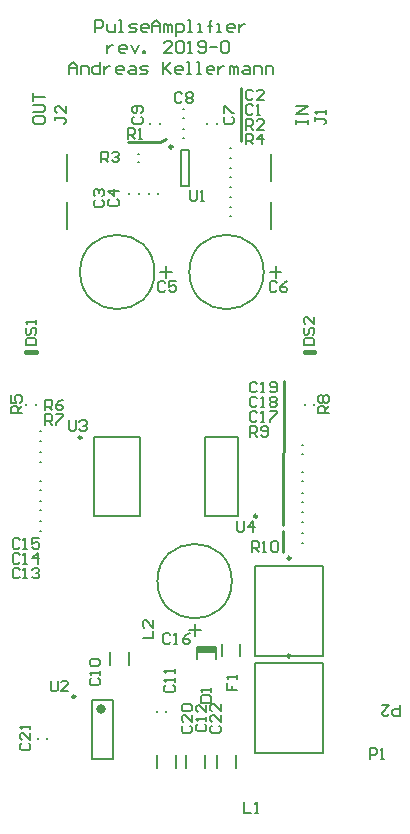
<source format=gto>
G04*
G04 #@! TF.GenerationSoftware,Altium Limited,Altium Designer,19.0.15 (446)*
G04*
G04 Layer_Color=65535*
%FSLAX25Y25*%
%MOIN*%
G70*
G01*
G75*
%ADD10C,0.01575*%
%ADD11C,0.00984*%
%ADD12C,0.00787*%
%ADD13C,0.01000*%
%ADD14C,0.00591*%
%ADD15R,0.06299X0.02362*%
D10*
X268399Y248819D02*
G03*
X268399Y248819I-787J0D01*
G01*
X242744Y367783D02*
X245894D01*
X335457D02*
X338606D01*
D11*
X259049Y252972D02*
G03*
X259049Y252972I-492J0D01*
G01*
X291417Y436193D02*
G03*
X291417Y436193I-492J0D01*
G01*
X330809Y299095D02*
G03*
X330809Y299095I-492J0D01*
G01*
X330809Y266575D02*
G03*
X330809Y266575I-492J0D01*
G01*
X261113Y339272D02*
G03*
X261113Y339272I-492J0D01*
G01*
X319654Y313083D02*
G03*
X319654Y313083I-492J0D01*
G01*
D12*
X285433Y394488D02*
G03*
X285433Y394488I-12402J0D01*
G01*
X321850Y394488D02*
G03*
X321850Y394488I-12402J0D01*
G01*
X311221Y291431D02*
G03*
X311221Y291431I-12402J0D01*
G01*
X312598Y229134D02*
Y233465D01*
X306299Y229134D02*
Y233465D01*
X264462Y232283D02*
X271549D01*
X264462Y251969D02*
X271549D01*
Y232283D02*
Y251969D01*
X264462Y232283D02*
Y251969D01*
X276783Y263583D02*
Y267913D01*
X270484Y263583D02*
Y267913D01*
X249606Y238819D02*
Y239213D01*
X246457Y238819D02*
Y239213D01*
X292456Y229134D02*
Y233465D01*
X286157Y229134D02*
Y233465D01*
X334547Y307347D02*
X334941D01*
X334547Y304197D02*
X334941D01*
X334547Y311197D02*
X334941D01*
X334547Y314347D02*
X334941D01*
X335561Y350083D02*
Y350476D01*
X338711Y350083D02*
Y350476D01*
X247122Y331205D02*
X247516D01*
X247122Y334354D02*
X247516D01*
X247122Y341354D02*
X247516D01*
X247122Y338205D02*
X247516D01*
X242744Y350083D02*
Y350476D01*
X245894Y350083D02*
Y350476D01*
X310453Y419531D02*
X310846D01*
X310453Y422681D02*
X310846D01*
X302362Y229134D02*
Y233465D01*
X296063Y229134D02*
Y233465D01*
X334547Y333752D02*
X334941D01*
X334547Y336902D02*
X334941D01*
X334547Y324697D02*
X334941D01*
X334547Y327847D02*
X334941D01*
X247122Y324854D02*
X247516D01*
X247122Y321705D02*
X247516D01*
X247136Y318299D02*
X247530D01*
X247136Y315150D02*
X247530D01*
X286221Y247835D02*
Y248228D01*
X289370Y247835D02*
Y248228D01*
X283575Y420409D02*
Y420803D01*
X286724Y420409D02*
Y420803D01*
X310453Y432531D02*
X310846D01*
X310453Y435681D02*
X310846D01*
X310453Y416181D02*
X310846D01*
X310453Y413031D02*
X310846D01*
X294953Y439032D02*
X295346D01*
X294953Y442181D02*
X295346D01*
X284075Y443910D02*
Y444303D01*
X287224Y443910D02*
Y444303D01*
X294953Y448831D02*
X295346D01*
X294953Y445681D02*
X295346D01*
X306224Y443909D02*
Y444303D01*
X303075Y443909D02*
Y444303D01*
X277075Y420409D02*
Y420803D01*
X280224Y420409D02*
Y420803D01*
X310453Y426031D02*
X310846D01*
X310453Y429181D02*
X310846D01*
X294272Y435209D02*
X297028D01*
X294272Y423004D02*
X297028D01*
X294272D02*
Y435209D01*
X297028Y423004D02*
Y435209D01*
X279953Y433984D02*
X280346D01*
X279953Y431228D02*
X280346D01*
X324410Y424803D02*
Y433661D01*
Y408858D02*
Y417717D01*
X256299Y408858D02*
Y417717D01*
Y424803D02*
Y433661D01*
X318821Y266536D02*
Y296536D01*
X341655D01*
Y266536D02*
Y296536D01*
X318821Y266536D02*
X341655D01*
X318821Y234016D02*
Y264016D01*
X341656D01*
Y234016D02*
Y264016D01*
X318821Y234016D02*
X341656D01*
X313976Y266535D02*
Y270472D01*
X308071Y266535D02*
Y270472D01*
X265246Y313091D02*
X280601D01*
X265246Y339469D02*
X280601D01*
Y313091D02*
Y339469D01*
X265246Y313091D02*
Y339469D01*
X247227Y311354D02*
X247621D01*
X247227Y308205D02*
X247621D01*
X299606Y269504D02*
X305906D01*
X299606Y265567D02*
Y269504D01*
X305906Y265567D02*
Y269504D01*
X313256Y313083D02*
Y339461D01*
X302232Y313083D02*
Y339461D01*
Y313083D02*
X313256D01*
X302232Y339461D02*
X313256D01*
X334547Y317697D02*
X334941D01*
X334547Y320847D02*
X334941D01*
X332678Y443898D02*
Y445210D01*
Y444554D01*
X336614D01*
Y443898D01*
Y445210D01*
Y447177D02*
X332678D01*
X336614Y449801D01*
X332678D01*
X245080Y445696D02*
Y444384D01*
X245736Y443728D01*
X248360D01*
X249016Y444384D01*
Y445696D01*
X248360Y446352D01*
X245736D01*
X245080Y445696D01*
Y447664D02*
X248360D01*
X249016Y448320D01*
Y449632D01*
X248360Y450288D01*
X245080D01*
Y451600D02*
Y454224D01*
Y452912D01*
X249016D01*
X269685Y470144D02*
Y467520D01*
Y468832D01*
X270341Y469488D01*
X270997Y470144D01*
X271653D01*
X275589Y467520D02*
X274277D01*
X273621Y468176D01*
Y469488D01*
X274277Y470144D01*
X275589D01*
X276245Y469488D01*
Y468832D01*
X273621D01*
X277556Y470144D02*
X278868Y467520D01*
X280180Y470144D01*
X281492Y467520D02*
Y468176D01*
X282148D01*
Y467520D01*
X281492D01*
X291332D02*
X288708D01*
X291332Y470144D01*
Y470799D01*
X290676Y471455D01*
X289364D01*
X288708Y470799D01*
X292643D02*
X293300Y471455D01*
X294611D01*
X295267Y470799D01*
Y468176D01*
X294611Y467520D01*
X293300D01*
X292643Y468176D01*
Y470799D01*
X296579Y467520D02*
X297891D01*
X297235D01*
Y471455D01*
X296579Y470799D01*
X299859Y468176D02*
X300515Y467520D01*
X301827D01*
X302483Y468176D01*
Y470799D01*
X301827Y471455D01*
X300515D01*
X299859Y470799D01*
Y470144D01*
X300515Y469488D01*
X302483D01*
X303795D02*
X306419D01*
X307731Y470799D02*
X308386Y471455D01*
X309698D01*
X310354Y470799D01*
Y468176D01*
X309698Y467520D01*
X308386D01*
X307731Y468176D01*
Y470799D01*
X256890Y460630D02*
Y463254D01*
X258202Y464566D01*
X259514Y463254D01*
Y460630D01*
Y462598D01*
X256890D01*
X260825Y460630D02*
Y463254D01*
X262793D01*
X263449Y462598D01*
Y460630D01*
X267385Y464566D02*
Y460630D01*
X265417D01*
X264761Y461286D01*
Y462598D01*
X265417Y463254D01*
X267385D01*
X268697D02*
Y460630D01*
Y461942D01*
X269353Y462598D01*
X270009Y463254D01*
X270665D01*
X274601Y460630D02*
X273289D01*
X272633Y461286D01*
Y462598D01*
X273289Y463254D01*
X274601D01*
X275256Y462598D01*
Y461942D01*
X272633D01*
X277224Y463254D02*
X278536D01*
X279192Y462598D01*
Y460630D01*
X277224D01*
X276569Y461286D01*
X277224Y461942D01*
X279192D01*
X280504Y460630D02*
X282472D01*
X283128Y461286D01*
X282472Y461942D01*
X281160D01*
X280504Y462598D01*
X281160Y463254D01*
X283128D01*
X288376Y464566D02*
Y460630D01*
Y461942D01*
X291000Y464566D01*
X289032Y462598D01*
X291000Y460630D01*
X294279D02*
X292967D01*
X292311Y461286D01*
Y462598D01*
X292967Y463254D01*
X294279D01*
X294935Y462598D01*
Y461942D01*
X292311D01*
X296247Y460630D02*
X297559D01*
X296903D01*
Y464566D01*
X296247D01*
X299527Y460630D02*
X300839D01*
X300183D01*
Y464566D01*
X299527D01*
X304775Y460630D02*
X303463D01*
X302807Y461286D01*
Y462598D01*
X303463Y463254D01*
X304775D01*
X305431Y462598D01*
Y461942D01*
X302807D01*
X306743Y463254D02*
Y460630D01*
Y461942D01*
X307398Y462598D01*
X308054Y463254D01*
X308710D01*
X310678Y460630D02*
Y463254D01*
X311334D01*
X311990Y462598D01*
Y460630D01*
Y462598D01*
X312646Y463254D01*
X313302Y462598D01*
Y460630D01*
X315270Y463254D02*
X316582D01*
X317238Y462598D01*
Y460630D01*
X315270D01*
X314614Y461286D01*
X315270Y461942D01*
X317238D01*
X318550Y460630D02*
Y463254D01*
X320517D01*
X321174Y462598D01*
Y460630D01*
X322485D02*
Y463254D01*
X324453D01*
X325109Y462598D01*
Y460630D01*
X265748Y474409D02*
Y478345D01*
X267716D01*
X268372Y477689D01*
Y476377D01*
X267716Y475721D01*
X265748D01*
X269684Y477033D02*
Y475065D01*
X270340Y474409D01*
X272308D01*
Y477033D01*
X273620Y474409D02*
X274931D01*
X274275D01*
Y478345D01*
X273620D01*
X276899Y474409D02*
X278867D01*
X279523Y475065D01*
X278867Y475721D01*
X277555D01*
X276899Y476377D01*
X277555Y477033D01*
X279523D01*
X282803Y474409D02*
X281491D01*
X280835Y475065D01*
Y476377D01*
X281491Y477033D01*
X282803D01*
X283459Y476377D01*
Y475721D01*
X280835D01*
X284771Y474409D02*
Y477033D01*
X286083Y478345D01*
X287395Y477033D01*
Y474409D01*
Y476377D01*
X284771D01*
X288706Y474409D02*
Y477033D01*
X289363D01*
X290018Y476377D01*
Y474409D01*
Y476377D01*
X290674Y477033D01*
X291330Y476377D01*
Y474409D01*
X292642Y473098D02*
Y477033D01*
X294610D01*
X295266Y476377D01*
Y475065D01*
X294610Y474409D01*
X292642D01*
X296578D02*
X297890D01*
X297234D01*
Y478345D01*
X296578D01*
X299858Y474409D02*
X301170D01*
X300514D01*
Y477033D01*
X299858D01*
X303794Y474409D02*
Y477689D01*
Y476377D01*
X303138D01*
X304450D01*
X303794D01*
Y477689D01*
X304450Y478345D01*
X306417Y474409D02*
X307729D01*
X307073D01*
Y477033D01*
X306417D01*
X311665Y474409D02*
X310353D01*
X309697Y475065D01*
Y476377D01*
X310353Y477033D01*
X311665D01*
X312321Y476377D01*
Y475721D01*
X309697D01*
X313633Y477033D02*
Y474409D01*
Y475721D01*
X314289Y476377D01*
X314945Y477033D01*
X315601D01*
X304528Y243306D02*
X303938Y242716D01*
Y241535D01*
X304528Y240945D01*
X306890D01*
X307480Y241535D01*
Y242716D01*
X306890Y243306D01*
X307480Y246849D02*
Y244487D01*
X305119Y246849D01*
X304528D01*
X303938Y246258D01*
Y245077D01*
X304528Y244487D01*
X307480Y250391D02*
Y248029D01*
X305119Y250391D01*
X304528D01*
X303938Y249800D01*
Y248620D01*
X304528Y248029D01*
X241143Y237401D02*
X240552Y236810D01*
Y235630D01*
X241143Y235039D01*
X243504D01*
X244094Y235630D01*
Y236810D01*
X243504Y237401D01*
X244094Y240943D02*
Y238581D01*
X241733Y240943D01*
X241143D01*
X240552Y240353D01*
Y239172D01*
X241143Y238581D01*
X244094Y242124D02*
Y243304D01*
Y242714D01*
X240552D01*
X241143Y242124D01*
X295080Y243306D02*
X294489Y242716D01*
Y241535D01*
X295080Y240945D01*
X297441D01*
X298031Y241535D01*
Y242716D01*
X297441Y243306D01*
X298031Y246849D02*
Y244487D01*
X295670Y246849D01*
X295080D01*
X294489Y246258D01*
Y245077D01*
X295080Y244487D01*
Y248029D02*
X294489Y248620D01*
Y249800D01*
X295080Y250391D01*
X297441D01*
X298031Y249800D01*
Y248620D01*
X297441Y248029D01*
X295080D01*
X312992Y311416D02*
Y308464D01*
X313582Y307874D01*
X314763D01*
X315354Y308464D01*
Y311416D01*
X318305Y307874D02*
Y311416D01*
X316534Y309645D01*
X318896D01*
X256890Y345078D02*
Y342126D01*
X257480Y341535D01*
X258661D01*
X259251Y342126D01*
Y345078D01*
X260432Y344487D02*
X261022Y345078D01*
X262203D01*
X262793Y344487D01*
Y343897D01*
X262203Y343306D01*
X261613D01*
X262203D01*
X262793Y342716D01*
Y342126D01*
X262203Y341535D01*
X261022D01*
X260432Y342126D01*
X250787Y258267D02*
Y255315D01*
X251378Y254724D01*
X252558D01*
X253149Y255315D01*
Y258267D01*
X256691Y254724D02*
X254330D01*
X256691Y257086D01*
Y257676D01*
X256101Y258267D01*
X254920D01*
X254330Y257676D01*
X297244Y421849D02*
Y418897D01*
X297834Y418307D01*
X299015D01*
X299605Y418897D01*
Y421849D01*
X300786Y418307D02*
X301967D01*
X301377D01*
Y421849D01*
X300786Y421259D01*
X317913Y301181D02*
Y304723D01*
X319685D01*
X320275Y304133D01*
Y302952D01*
X319685Y302362D01*
X317913D01*
X319094D02*
X320275Y301181D01*
X321456D02*
X322636D01*
X322046D01*
Y304723D01*
X321456Y304133D01*
X324407D02*
X324998Y304723D01*
X326178D01*
X326769Y304133D01*
Y301771D01*
X326178Y301181D01*
X324998D01*
X324407Y301771D01*
Y304133D01*
X317323Y339567D02*
Y343109D01*
X319094D01*
X319684Y342519D01*
Y341338D01*
X319094Y340748D01*
X317323D01*
X318503D02*
X319684Y339567D01*
X320865Y340157D02*
X321455Y339567D01*
X322636D01*
X323226Y340157D01*
Y342519D01*
X322636Y343109D01*
X321455D01*
X320865Y342519D01*
Y341928D01*
X321455Y341338D01*
X323226D01*
X343504Y347441D02*
X339962D01*
Y349212D01*
X340552Y349802D01*
X341733D01*
X342323Y349212D01*
Y347441D01*
Y348622D02*
X343504Y349802D01*
X340552Y350983D02*
X339962Y351573D01*
Y352754D01*
X340552Y353344D01*
X341143D01*
X341733Y352754D01*
X342323Y353344D01*
X342914D01*
X343504Y352754D01*
Y351573D01*
X342914Y350983D01*
X342323D01*
X341733Y351573D01*
X341143Y350983D01*
X340552D01*
X341733Y351573D02*
Y352754D01*
X249016Y343504D02*
Y347046D01*
X250787D01*
X251377Y346456D01*
Y345275D01*
X250787Y344685D01*
X249016D01*
X250197D02*
X251377Y343504D01*
X252558Y347046D02*
X254919D01*
Y346456D01*
X252558Y344094D01*
Y343504D01*
X249016Y348425D02*
Y351967D01*
X250787D01*
X251377Y351377D01*
Y350196D01*
X250787Y349606D01*
X249016D01*
X250197D02*
X251377Y348425D01*
X254919Y351967D02*
X253739Y351377D01*
X252558Y350196D01*
Y349016D01*
X253148Y348425D01*
X254329D01*
X254919Y349016D01*
Y349606D01*
X254329Y350196D01*
X252558D01*
X241142Y347441D02*
X237600D01*
Y349212D01*
X238190Y349802D01*
X239371D01*
X239961Y349212D01*
Y347441D01*
Y348622D02*
X241142Y349802D01*
X237600Y353344D02*
Y350983D01*
X239371D01*
X238780Y352164D01*
Y352754D01*
X239371Y353344D01*
X240551D01*
X241142Y352754D01*
Y351573D01*
X240551Y350983D01*
X315945Y437008D02*
Y440550D01*
X317716D01*
X318306Y439960D01*
Y438779D01*
X317716Y438189D01*
X315945D01*
X317126D02*
X318306Y437008D01*
X321258D02*
Y440550D01*
X319487Y438779D01*
X321849D01*
X267717Y431102D02*
Y434645D01*
X269488D01*
X270078Y434054D01*
Y432873D01*
X269488Y432283D01*
X267717D01*
X268897D02*
X270078Y431102D01*
X271259Y434054D02*
X271849Y434645D01*
X273030D01*
X273620Y434054D01*
Y433464D01*
X273030Y432873D01*
X272439D01*
X273030D01*
X273620Y432283D01*
Y431693D01*
X273030Y431102D01*
X271849D01*
X271259Y431693D01*
X315945Y441929D02*
Y445471D01*
X317716D01*
X318306Y444881D01*
Y443700D01*
X317716Y443110D01*
X315945D01*
X317126D02*
X318306Y441929D01*
X321849D02*
X319487D01*
X321849Y444291D01*
Y444881D01*
X321258Y445471D01*
X320077D01*
X319487Y444881D01*
X276575Y438976D02*
Y442519D01*
X278346D01*
X278936Y441928D01*
Y440747D01*
X278346Y440157D01*
X276575D01*
X277755D02*
X278936Y438976D01*
X280117D02*
X281298D01*
X280707D01*
Y442519D01*
X280117Y441928D01*
X367126Y250000D02*
Y246458D01*
X365355D01*
X364764Y247048D01*
Y248229D01*
X365355Y248819D01*
X367126D01*
X361222Y250000D02*
X363584D01*
X361222Y247639D01*
Y247048D01*
X361813Y246458D01*
X362994D01*
X363584Y247048D01*
X357283Y232283D02*
Y235826D01*
X359054D01*
X359645Y235235D01*
Y234054D01*
X359054Y233464D01*
X357283D01*
X360826Y232283D02*
X362006D01*
X361416D01*
Y235826D01*
X360826Y235235D01*
X281497Y272441D02*
X285039D01*
Y274802D01*
Y278344D02*
Y275983D01*
X282678Y278344D01*
X282088D01*
X281497Y277754D01*
Y276573D01*
X282088Y275983D01*
X315354Y217715D02*
Y214173D01*
X317716D01*
X318897D02*
X320077D01*
X319487D01*
Y217715D01*
X318897Y217125D01*
X252363Y446271D02*
Y445090D01*
Y445681D01*
X255315D01*
X255906Y445090D01*
Y444500D01*
X255315Y443910D01*
X255906Y449813D02*
Y447452D01*
X253544Y449813D01*
X252954D01*
X252363Y449223D01*
Y448042D01*
X252954Y447452D01*
X338978Y446090D02*
Y444909D01*
Y445499D01*
X341929D01*
X342520Y444909D01*
Y444319D01*
X341929Y443728D01*
X342520Y447270D02*
Y448451D01*
Y447861D01*
X338978D01*
X339568Y447270D01*
X309450Y257647D02*
Y255285D01*
X311221D01*
Y256466D01*
Y255285D01*
X312992D01*
Y258828D02*
Y260008D01*
Y259418D01*
X309450D01*
X310040Y258828D01*
X335169Y370079D02*
X338711D01*
Y371850D01*
X338121Y372440D01*
X335759D01*
X335169Y371850D01*
Y370079D01*
X335759Y375982D02*
X335169Y375392D01*
Y374211D01*
X335759Y373621D01*
X336350D01*
X336940Y374211D01*
Y375392D01*
X337530Y375982D01*
X338121D01*
X338711Y375392D01*
Y374211D01*
X338121Y373621D01*
X338711Y379524D02*
Y377163D01*
X336350Y379524D01*
X335759D01*
X335169Y378934D01*
Y377753D01*
X335759Y377163D01*
X242521Y370079D02*
X246063D01*
Y371850D01*
X245473Y372440D01*
X243111D01*
X242521Y371850D01*
Y370079D01*
X243111Y375982D02*
X242521Y375392D01*
Y374212D01*
X243111Y373621D01*
X243702D01*
X244292Y374212D01*
Y375392D01*
X244882Y375982D01*
X245473D01*
X246063Y375392D01*
Y374212D01*
X245473Y373621D01*
X246063Y377163D02*
Y378344D01*
Y377754D01*
X242521D01*
X243111Y377163D01*
X300788Y250984D02*
X304331D01*
Y252755D01*
X303740Y253346D01*
X301379D01*
X300788Y252755D01*
Y250984D01*
X304331Y254526D02*
Y255707D01*
Y255117D01*
X300788D01*
X301379Y254526D01*
X319684Y357283D02*
X319094Y357873D01*
X317913D01*
X317323Y357283D01*
Y354921D01*
X317913Y354331D01*
X319094D01*
X319684Y354921D01*
X320865Y354331D02*
X322046D01*
X321455D01*
Y357873D01*
X320865Y357283D01*
X323817Y354921D02*
X324407Y354331D01*
X325588D01*
X326178Y354921D01*
Y357283D01*
X325588Y357873D01*
X324407D01*
X323817Y357283D01*
Y356692D01*
X324407Y356102D01*
X326178D01*
X319684Y352361D02*
X319094Y352952D01*
X317913D01*
X317323Y352361D01*
Y350000D01*
X317913Y349410D01*
X319094D01*
X319684Y350000D01*
X320865Y349410D02*
X322046D01*
X321455D01*
Y352952D01*
X320865Y352361D01*
X323817D02*
X324407Y352952D01*
X325588D01*
X326178Y352361D01*
Y351771D01*
X325588Y351181D01*
X326178Y350590D01*
Y350000D01*
X325588Y349410D01*
X324407D01*
X323817Y350000D01*
Y350590D01*
X324407Y351181D01*
X323817Y351771D01*
Y352361D01*
X324407Y351181D02*
X325588D01*
X319684Y347440D02*
X319094Y348030D01*
X317913D01*
X317323Y347440D01*
Y345078D01*
X317913Y344488D01*
X319094D01*
X319684Y345078D01*
X320865Y344488D02*
X322046D01*
X321455D01*
Y348030D01*
X320865Y347440D01*
X323817Y348030D02*
X326178D01*
Y347440D01*
X323817Y345078D01*
Y344488D01*
X290747Y273424D02*
X290157Y274015D01*
X288976D01*
X288386Y273424D01*
Y271063D01*
X288976Y270472D01*
X290157D01*
X290747Y271063D01*
X291928Y270472D02*
X293109D01*
X292518D01*
Y274015D01*
X291928Y273424D01*
X297241Y274015D02*
X296060Y273424D01*
X294880Y272243D01*
Y271063D01*
X295470Y270472D01*
X296651D01*
X297241Y271063D01*
Y271653D01*
X296651Y272243D01*
X294880D01*
X240550Y305117D02*
X239960Y305708D01*
X238779D01*
X238189Y305117D01*
Y302756D01*
X238779Y302165D01*
X239960D01*
X240550Y302756D01*
X241731Y302165D02*
X242912D01*
X242321D01*
Y305708D01*
X241731Y305117D01*
X247044Y305708D02*
X244683D01*
Y303936D01*
X245864Y304527D01*
X246454D01*
X247044Y303936D01*
Y302756D01*
X246454Y302165D01*
X245273D01*
X244683Y302756D01*
X240550Y300196D02*
X239960Y300786D01*
X238779D01*
X238189Y300196D01*
Y297834D01*
X238779Y297244D01*
X239960D01*
X240550Y297834D01*
X241731Y297244D02*
X242912D01*
X242321D01*
Y300786D01*
X241731Y300196D01*
X246454Y297244D02*
Y300786D01*
X244683Y299015D01*
X247044D01*
X240550Y295275D02*
X239960Y295865D01*
X238779D01*
X238189Y295275D01*
Y292913D01*
X238779Y292323D01*
X239960D01*
X240550Y292913D01*
X241731Y292323D02*
X242912D01*
X242321D01*
Y295865D01*
X241731Y295275D01*
X244683D02*
X245273Y295865D01*
X246454D01*
X247044Y295275D01*
Y294684D01*
X246454Y294094D01*
X245864D01*
X246454D01*
X247044Y293503D01*
Y292913D01*
X246454Y292323D01*
X245273D01*
X244683Y292913D01*
X299804Y243700D02*
X299214Y243110D01*
Y241929D01*
X299804Y241339D01*
X302166D01*
X302756Y241929D01*
Y243110D01*
X302166Y243700D01*
X302756Y244881D02*
Y246061D01*
Y245471D01*
X299214D01*
X299804Y244881D01*
X302756Y250194D02*
Y247832D01*
X300395Y250194D01*
X299804D01*
X299214Y249604D01*
Y248423D01*
X299804Y247832D01*
X289174Y256692D02*
X288584Y256102D01*
Y254921D01*
X289174Y254331D01*
X291536D01*
X292126Y254921D01*
Y256102D01*
X291536Y256692D01*
X292126Y257873D02*
Y259054D01*
Y258463D01*
X288584D01*
X289174Y257873D01*
X292126Y260825D02*
Y262005D01*
Y261415D01*
X288584D01*
X289174Y260825D01*
X264371Y259054D02*
X263781Y258464D01*
Y257283D01*
X264371Y256693D01*
X266733D01*
X267323Y257283D01*
Y258464D01*
X266733Y259054D01*
X267323Y260235D02*
Y261416D01*
Y260825D01*
X263781D01*
X264371Y260235D01*
Y263187D02*
X263781Y263777D01*
Y264958D01*
X264371Y265548D01*
X266733D01*
X267323Y264958D01*
Y263777D01*
X266733Y263187D01*
X264371D01*
X278544Y446259D02*
X277954Y445669D01*
Y444488D01*
X278544Y443898D01*
X280906D01*
X281496Y444488D01*
Y445669D01*
X280906Y446259D01*
Y447440D02*
X281496Y448030D01*
Y449211D01*
X280906Y449801D01*
X278544D01*
X277954Y449211D01*
Y448030D01*
X278544Y447440D01*
X279135D01*
X279725Y448030D01*
Y449801D01*
X294684Y453739D02*
X294094Y454330D01*
X292913D01*
X292323Y453739D01*
Y451378D01*
X292913Y450787D01*
X294094D01*
X294684Y451378D01*
X295865Y453739D02*
X296455Y454330D01*
X297636D01*
X298226Y453739D01*
Y453149D01*
X297636Y452559D01*
X298226Y451968D01*
Y451378D01*
X297636Y450787D01*
X296455D01*
X295865Y451378D01*
Y451968D01*
X296455Y452559D01*
X295865Y453149D01*
Y453739D01*
X296455Y452559D02*
X297636D01*
X309056Y446259D02*
X308466Y445669D01*
Y444488D01*
X309056Y443898D01*
X311418D01*
X312008Y444488D01*
Y445669D01*
X311418Y446259D01*
X308466Y447440D02*
Y449801D01*
X309056D01*
X311418Y447440D01*
X312008D01*
X326180Y390747D02*
X325590Y391337D01*
X324409D01*
X323819Y390747D01*
Y388386D01*
X324409Y387795D01*
X325590D01*
X326180Y388386D01*
X329722Y391337D02*
X328542Y390747D01*
X327361Y389566D01*
Y388386D01*
X327951Y387795D01*
X329132D01*
X329722Y388386D01*
Y388976D01*
X329132Y389566D01*
X327361D01*
X289086Y390747D02*
X288495Y391337D01*
X287315D01*
X286724Y390747D01*
Y388386D01*
X287315Y387795D01*
X288495D01*
X289086Y388386D01*
X292628Y391337D02*
X290267D01*
Y389566D01*
X291447Y390157D01*
X292038D01*
X292628Y389566D01*
Y388386D01*
X292038Y387795D01*
X290857D01*
X290267Y388386D01*
X270670Y418700D02*
X270080Y418110D01*
Y416929D01*
X270670Y416339D01*
X273032D01*
X273622Y416929D01*
Y418110D01*
X273032Y418700D01*
X273622Y421652D02*
X270080D01*
X271851Y419881D01*
Y422242D01*
X265749Y418542D02*
X265159Y417952D01*
Y416772D01*
X265749Y416181D01*
X268110D01*
X268701Y416772D01*
Y417952D01*
X268110Y418542D01*
X265749Y419723D02*
X265159Y420314D01*
Y421494D01*
X265749Y422085D01*
X266339D01*
X266930Y421494D01*
Y420904D01*
Y421494D01*
X267520Y422085D01*
X268110D01*
X268701Y421494D01*
Y420314D01*
X268110Y419723D01*
X318306Y454723D02*
X317716Y455314D01*
X316535D01*
X315945Y454723D01*
Y452362D01*
X316535Y451772D01*
X317716D01*
X318306Y452362D01*
X321849Y451772D02*
X319487D01*
X321849Y454133D01*
Y454723D01*
X321258Y455314D01*
X320077D01*
X319487Y454723D01*
X318306Y449802D02*
X317716Y450393D01*
X316535D01*
X315945Y449802D01*
Y447441D01*
X316535Y446850D01*
X317716D01*
X318306Y447441D01*
X319487Y446850D02*
X320668D01*
X320077D01*
Y450393D01*
X319487Y449802D01*
D13*
X314265Y437992D02*
Y455709D01*
X287402Y437795D02*
X289370Y438976D01*
X276575Y437795D02*
X287402D01*
X328346Y310039D02*
X328740Y358268D01*
X328346Y301181D02*
Y308205D01*
D14*
X291339Y394490D02*
X287403D01*
X289371Y392522D02*
Y396457D01*
X327756Y394490D02*
X323820D01*
X325788Y392522D02*
Y396457D01*
X298820Y273124D02*
Y277059D01*
X296852Y275092D02*
X300788D01*
D15*
X302756Y268322D02*
D03*
M02*

</source>
